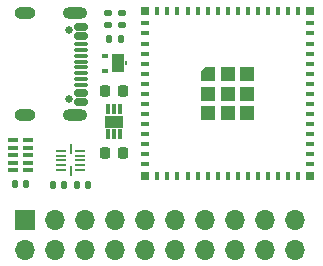
<source format=gbr>
%TF.GenerationSoftware,KiCad,Pcbnew,8.0.4*%
%TF.CreationDate,2024-07-26T12:29:51+01:00*%
%TF.ProjectId,beeb_wifiport,62656562-5f77-4696-9669-706f72742e6b,rev?*%
%TF.SameCoordinates,Original*%
%TF.FileFunction,Soldermask,Top*%
%TF.FilePolarity,Negative*%
%FSLAX46Y46*%
G04 Gerber Fmt 4.6, Leading zero omitted, Abs format (unit mm)*
G04 Created by KiCad (PCBNEW 8.0.4) date 2024-07-26 12:29:51*
%MOMM*%
%LPD*%
G01*
G04 APERTURE LIST*
G04 Aperture macros list*
%AMRoundRect*
0 Rectangle with rounded corners*
0 $1 Rounding radius*
0 $2 $3 $4 $5 $6 $7 $8 $9 X,Y pos of 4 corners*
0 Add a 4 corners polygon primitive as box body*
4,1,4,$2,$3,$4,$5,$6,$7,$8,$9,$2,$3,0*
0 Add four circle primitives for the rounded corners*
1,1,$1+$1,$2,$3*
1,1,$1+$1,$4,$5*
1,1,$1+$1,$6,$7*
1,1,$1+$1,$8,$9*
0 Add four rect primitives between the rounded corners*
20,1,$1+$1,$2,$3,$4,$5,0*
20,1,$1+$1,$4,$5,$6,$7,0*
20,1,$1+$1,$6,$7,$8,$9,0*
20,1,$1+$1,$8,$9,$2,$3,0*%
%AMOutline5P*
0 Free polygon, 5 corners , with rotation*
0 The origin of the aperture is its center*
0 number of corners: always 5*
0 $1 to $10 corner X, Y*
0 $11 Rotation angle, in degrees counterclockwise*
0 create outline with 5 corners*
4,1,5,$1,$2,$3,$4,$5,$6,$7,$8,$9,$10,$1,$2,$11*%
%AMOutline6P*
0 Free polygon, 6 corners , with rotation*
0 The origin of the aperture is its center*
0 number of corners: always 6*
0 $1 to $12 corner X, Y*
0 $13 Rotation angle, in degrees counterclockwise*
0 create outline with 6 corners*
4,1,6,$1,$2,$3,$4,$5,$6,$7,$8,$9,$10,$11,$12,$1,$2,$13*%
%AMOutline7P*
0 Free polygon, 7 corners , with rotation*
0 The origin of the aperture is its center*
0 number of corners: always 7*
0 $1 to $14 corner X, Y*
0 $15 Rotation angle, in degrees counterclockwise*
0 create outline with 7 corners*
4,1,7,$1,$2,$3,$4,$5,$6,$7,$8,$9,$10,$11,$12,$13,$14,$1,$2,$15*%
%AMOutline8P*
0 Free polygon, 8 corners , with rotation*
0 The origin of the aperture is its center*
0 number of corners: always 8*
0 $1 to $16 corner X, Y*
0 $17 Rotation angle, in degrees counterclockwise*
0 create outline with 8 corners*
4,1,8,$1,$2,$3,$4,$5,$6,$7,$8,$9,$10,$11,$12,$13,$14,$15,$16,$1,$2,$17*%
G04 Aperture macros list end*
%ADD10RoundRect,0.225000X-0.225000X-0.250000X0.225000X-0.250000X0.225000X0.250000X-0.225000X0.250000X0*%
%ADD11RoundRect,0.140000X0.140000X0.170000X-0.140000X0.170000X-0.140000X-0.170000X0.140000X-0.170000X0*%
%ADD12R,0.900000X0.350000*%
%ADD13RoundRect,0.140000X-0.140000X-0.170000X0.140000X-0.170000X0.140000X0.170000X-0.140000X0.170000X0*%
%ADD14R,0.800000X0.400000*%
%ADD15R,0.400000X0.800000*%
%ADD16Outline5P,-0.600000X0.204000X-0.204000X0.600000X0.600000X0.600000X0.600000X-0.600000X-0.600000X-0.600000X0.000000*%
%ADD17R,1.200000X1.200000*%
%ADD18R,0.800000X0.800000*%
%ADD19RoundRect,0.225000X0.225000X0.250000X-0.225000X0.250000X-0.225000X-0.250000X0.225000X-0.250000X0*%
%ADD20RoundRect,0.135000X0.185000X-0.135000X0.185000X0.135000X-0.185000X0.135000X-0.185000X-0.135000X0*%
%ADD21R,0.350000X0.850000*%
%ADD22R,1.600000X1.020000*%
%ADD23R,0.863600X0.203200*%
%ADD24R,0.203200X0.863600*%
%ADD25RoundRect,0.135000X-0.185000X0.135000X-0.185000X-0.135000X0.185000X-0.135000X0.185000X0.135000X0*%
%ADD26C,0.650000*%
%ADD27RoundRect,0.150000X-0.425000X0.150000X-0.425000X-0.150000X0.425000X-0.150000X0.425000X0.150000X0*%
%ADD28RoundRect,0.075000X-0.500000X0.075000X-0.500000X-0.075000X0.500000X-0.075000X0.500000X0.075000X0*%
%ADD29O,2.100000X1.000000*%
%ADD30O,1.800000X1.000000*%
%ADD31RoundRect,0.100000X-0.150000X-0.100000X0.150000X-0.100000X0.150000X0.100000X-0.150000X0.100000X0*%
%ADD32R,1.100000X1.600000*%
%ADD33R,0.250000X0.400000*%
%ADD34R,1.700000X1.700000*%
%ADD35O,1.700000X1.700000*%
G04 APERTURE END LIST*
D10*
%TO.C,C1*%
X145375000Y-99050000D03*
X146925000Y-99050000D03*
%TD*%
D11*
%TO.C,C5*%
X141930000Y-107000000D03*
X140970000Y-107000000D03*
%TD*%
%TO.C,C3*%
X146680000Y-94700000D03*
X145720000Y-94700000D03*
%TD*%
D12*
%TO.C,RN1*%
X137575000Y-103220000D03*
X138825000Y-105780000D03*
X138825000Y-103220000D03*
X137575000Y-103860000D03*
X138825000Y-103860000D03*
X137575000Y-104500000D03*
X138825000Y-104500000D03*
X137575000Y-105140000D03*
X138825000Y-105140000D03*
X137575000Y-105780000D03*
%TD*%
D13*
%TO.C,C4*%
X137720000Y-106950000D03*
X138680000Y-106950000D03*
%TD*%
D14*
%TO.C,U1*%
X148750000Y-93350000D03*
X148750000Y-94200000D03*
X148750000Y-95050000D03*
X148750000Y-95900000D03*
X148750000Y-96750000D03*
X148750000Y-97600000D03*
X148750000Y-98450000D03*
X148750000Y-99300000D03*
X148750000Y-100150000D03*
X148750000Y-101000000D03*
X148750000Y-101850000D03*
X148750000Y-102700000D03*
X148750000Y-103550000D03*
X148750000Y-104400000D03*
X148750000Y-105250000D03*
D15*
X149800000Y-106300000D03*
X150650000Y-106300000D03*
X151500000Y-106300000D03*
X152350000Y-106300000D03*
X153200000Y-106300000D03*
X154050000Y-106300000D03*
X154900000Y-106300000D03*
X155750000Y-106300000D03*
X156600000Y-106300000D03*
X157450000Y-106300000D03*
X158300000Y-106300000D03*
X159150000Y-106300000D03*
X160000000Y-106300000D03*
X160850000Y-106300000D03*
X161700000Y-106300000D03*
D14*
X162750000Y-105250000D03*
X162750000Y-104400000D03*
X162750000Y-103550000D03*
X162750000Y-102700000D03*
X162750000Y-101850000D03*
X162750000Y-101000000D03*
X162750000Y-100150000D03*
X162750000Y-99300000D03*
X162750000Y-98450000D03*
X162750000Y-97600000D03*
X162750000Y-96750000D03*
X162750000Y-95900000D03*
X162750000Y-95050000D03*
X162750000Y-94200000D03*
X162750000Y-93350000D03*
D15*
X161700000Y-92300000D03*
X160850000Y-92300000D03*
X160000000Y-92300000D03*
X159150000Y-92300000D03*
X158300000Y-92300000D03*
X157450000Y-92300000D03*
X156600000Y-92300000D03*
X155750000Y-92300000D03*
X154900000Y-92300000D03*
X154050000Y-92300000D03*
X153200000Y-92300000D03*
X152350000Y-92300000D03*
X151500000Y-92300000D03*
X150650000Y-92300000D03*
X149800000Y-92300000D03*
D16*
X154100000Y-97650000D03*
D17*
X154100000Y-99300000D03*
X154100000Y-100950000D03*
X155750000Y-97650000D03*
X155750000Y-99300000D03*
X155750000Y-100950000D03*
X157400000Y-97650000D03*
X157400000Y-99300000D03*
X157400000Y-100950000D03*
D18*
X148750000Y-92300000D03*
X148750000Y-106300000D03*
X162750000Y-106300000D03*
X162750000Y-92300000D03*
%TD*%
D19*
%TO.C,C2*%
X146925000Y-104350000D03*
X145375000Y-104350000D03*
%TD*%
D20*
%TO.C,R1*%
X145600000Y-93460000D03*
X145600000Y-92440000D03*
%TD*%
D21*
%TO.C,U3*%
X145650000Y-102750000D03*
X146150000Y-102750000D03*
X146650000Y-102750000D03*
X146650000Y-100600000D03*
X146150000Y-100600000D03*
X145650000Y-100600000D03*
D22*
X146150000Y-101675000D03*
%TD*%
D23*
%TO.C,U4*%
X143224700Y-105750001D03*
X143224700Y-105349999D03*
X143224700Y-104950000D03*
X143224700Y-104550001D03*
X143224700Y-104149999D03*
D24*
X142450000Y-104022900D03*
D23*
X141675300Y-104149999D03*
X141675300Y-104550001D03*
X141675300Y-104950000D03*
X141675300Y-105349999D03*
X141675300Y-105750001D03*
D24*
X142450000Y-105877100D03*
%TD*%
D13*
%TO.C,C6*%
X142970000Y-107000000D03*
X143930000Y-107000000D03*
%TD*%
D25*
%TO.C,R2*%
X146805000Y-92440000D03*
X146805000Y-93460000D03*
%TD*%
D26*
%TO.C,J2*%
X142292496Y-93933818D03*
X142292496Y-99713818D03*
D27*
X143367496Y-93623818D03*
X143367496Y-94423818D03*
D28*
X143367496Y-95573818D03*
X143367496Y-96573818D03*
X143367496Y-97073818D03*
X143367496Y-98073818D03*
D27*
X143367496Y-99223818D03*
X143367496Y-100023818D03*
X143367496Y-100023818D03*
X143367496Y-99223818D03*
D28*
X143367496Y-98573818D03*
X143367496Y-97573818D03*
X143367496Y-96073818D03*
X143367496Y-95073818D03*
D27*
X143367496Y-94423818D03*
X143367496Y-93623818D03*
D29*
X142792496Y-92503818D03*
D30*
X138612496Y-92503818D03*
D29*
X142792496Y-101143818D03*
D30*
X138612496Y-101143818D03*
%TD*%
D31*
%TO.C,D1*%
X145385608Y-96075000D03*
X145385608Y-97375000D03*
D32*
X146435608Y-96725000D03*
D33*
X147110608Y-96725000D03*
%TD*%
D34*
%TO.C,J1*%
X138550000Y-109960000D03*
D35*
X138550000Y-112500000D03*
X141090000Y-109960000D03*
X141090000Y-112500000D03*
X143630000Y-109960000D03*
X143630000Y-112500000D03*
X146170000Y-109960000D03*
X146170000Y-112500000D03*
X148710000Y-109960000D03*
X148710000Y-112500000D03*
X151250000Y-109960000D03*
X151250000Y-112500000D03*
X153790000Y-109960000D03*
X153790000Y-112500000D03*
X156330000Y-109960000D03*
X156330000Y-112500000D03*
X158870000Y-109960000D03*
X158870000Y-112500000D03*
X161410000Y-109960000D03*
X161410000Y-112500000D03*
%TD*%
M02*

</source>
